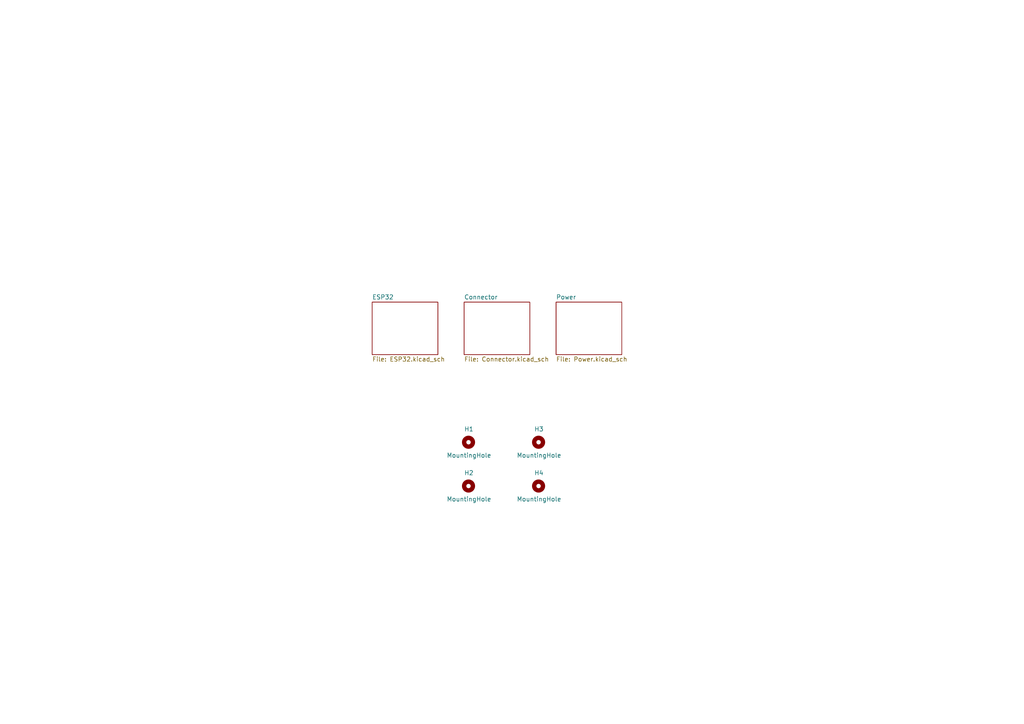
<source format=kicad_sch>
(kicad_sch (version 20230121) (generator eeschema)
  (paper "A4")
  (title_block (company "Dotworld Technologies PVT LTD"))
  (lib_symbols
    (symbol "Mechanical:MountingHole" (pin_names (offset 1.016))
      (property "Reference" "H" (at 0 5.08 0))
      (property "Value" "MountingHole" (at 0 3.175 0))
      (symbol "MountingHole_0_1"
        (circle (center 0 0) (radius 1.27) (stroke (width 1.27)))
      )
    )
  )
  (symbol (lib_id "Mechanical:MountingHole") (at 156.21 140.97 0) (unit 1)
    (property "Reference" "H4" (at 154.94 137.16 0) (effects (justify left)))
    (property "Value" "MountingHole" (at 149.86 144.78 0) (effects (justify left)))
    (property "Footprint" "MountingHole:MountingHole_3.2mm_M3" (effects hide))
  )
  (symbol (lib_id "Mechanical:MountingHole") (at 156.21 128.27 0) (unit 1)
    (property "Reference" "H3" (at 154.94 124.46 0) (effects (justify left)))
    (property "Value" "MountingHole" (at 149.86 132.08 0) (effects (justify left)))
    (property "Footprint" "MountingHole:MountingHole_3.2mm_M3" (effects hide))
  )
  (symbol (lib_id "Mechanical:MountingHole") (at 135.89 128.27 0) (unit 1)
    (property "Reference" "H1" (at 134.62 124.46 0) (effects (justify left)))
    (property "Value" "MountingHole" (at 129.54 132.08 0) (effects (justify left)))
    (property "Footprint" "MountingHole:MountingHole_3.2mm_M3" (effects hide))
  )
  (symbol (lib_id "Mechanical:MountingHole") (at 135.89 140.97 0) (unit 1)
    (property "Reference" "H2" (at 134.62 137.16 0) (effects (justify left)))
    (property "Value" "MountingHole" (at 129.54 144.78 0) (effects (justify left)))
    (property "Footprint" "MountingHole:MountingHole_3.2mm_M3" (effects hide))
  )
  (sheet (at 107.95 87.63) (size 19.05 15.24) (stroke (width 0.1524))
    (property "Sheetname" "ESP32" (at 107.95 86.9184 0) (effects (justify left bottom)))
    (property "Sheetfile" "ESP32.kicad_sch" (at 107.95 103.4546 0) (effects (justify left top)))
  )
  (sheet (at 134.62 87.63) (size 19.05 15.24) (stroke (width 0.1524))
    (property "Sheetname" "Connector" (at 134.62 86.9184 0) (effects (justify left bottom)))
    (property "Sheetfile" "Connector.kicad_sch" (at 134.62 103.4546 0) (effects (justify left top)))
  )
  (sheet (at 161.29 87.63) (size 19.05 15.24) (stroke (width 0.1524))
    (property "Sheetname" "Power" (at 161.29 86.9184 0) (effects (justify left bottom)))
    (property "Sheetfile" "Power.kicad_sch" (at 161.29 103.4546 0) (effects (justify left top)))
  )
)
</source>
